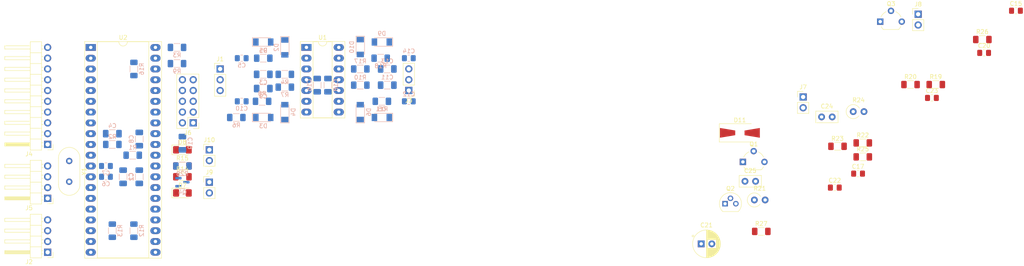
<source format=kicad_pcb>
(kicad_pcb (version 20211014) (generator pcbnew)
  (layers (0 "F.Cu" signal) (31 "B.Cu" signal) (34 "B.Paste" user) (35 "F.Paste" user) (36 "B.SilkS" user "B.Silkscreen") (37 "F.SilkS" user "F.Silkscreen") (38 "B.Mask" user) (39 "F.Mask" user) (44 "Edge.Cuts" user))
  (net 0 "")
  (net 1 "GND")
  (net 2 "+5V")
  (net 3 "Net-(C2-Pad1)")
  (net 4 "Net-(C3-Pad1)")
  (net 5 "Net-(C3-Pad2)")
  (net 6 "/~RST")
  (net 7 "Net-(C5-Pad2)")
  (net 8 "Net-(C6-Pad1)")
  (net 9 "Net-(C7-Pad1)")
  (net 10 "Net-(C8-Pad1)")
  (net 11 "Net-(C9-Pad1)")
  (net 12 "Net-(C9-Pad2)")
  (net 13 "Net-(C10-Pad2)")
  (net 14 "Net-(C11-Pad1)")
  (net 15 "Net-(C11-Pad2)")
  (net 16 "Net-(C12-Pad2)")
  (net 17 "Net-(C13-Pad1)")
  (net 18 "Net-(C13-Pad2)")
  (net 19 "Net-(C14-Pad2)")
  (net 20 "Net-(C15-Pad1)")
  (net 21 "Net-(C17-Pad2)")
  (net 22 "+15V")
  (net 23 "Net-(C21-Pad1)")
  (net 24 "Net-(C23-Pad1)")
  (net 25 "Net-(C23-Pad2)")
  (net 26 "Net-(C24-Pad1)")
  (net 27 "/Gen")
  (net 28 "Net-(D1-Pad2)")
  (net 29 "Net-(D2-Pad2)")
  (net 30 "Net-(D3-Pad2)")
  (net 31 "Net-(D4-Pad2)")
  (net 32 "Net-(D5-Pad2)")
  (net 33 "Net-(D6-Pad2)")
  (net 34 "Net-(D7-Pad2)")
  (net 35 "Net-(D8-Pad2)")
  (net 36 "Net-(D10-Pad1)")
  (net 37 "Net-(D10-Pad2)")
  (net 38 "Net-(D11-Pad2)")
  (net 39 "/SCL")
  (net 40 "/SDA")
  (net 41 "/SCK")
  (net 42 "/MOSI")
  (net 43 "/CS0")
  (net 44 "/S1")
  (net 45 "/S2")
  (net 47 "/Pinch")
  (net 49 "/Interrupt")
  (net 50 "/Enc B")
  (net 51 "/Enc A")
  (net 53 "/MISO")
  (net 54 "Net-(J9-Pad1)")
  (net 55 "/Mute")
  (net 56 "Net-(Q2-Pad1)")
  (net 57 "Net-(Q2-Pad2)")
  (net 58 "Net-(Q4-Pad1)")
  (net 59 "A0")
  (net 60 "A1")
  (net 61 "A2")
  (net 62 "Net-(R14-Pad1)")
  (net 63 "A3")
  (net 64 "-15V")
  (footprint "Package_TO_SOT_THT:TO-92_Wide" (layer "F.Cu") (at 236.79 28.22)
    (fp_text reference "Q3" (at 2.55 -4.19) (layer "F.SilkS"))
    (fp_text value "KT603A")
    (pad "1" thru_hole rect (at 0 0) (size 1.5 1.5) (drill 0.8) (layers *.Cu *.Mask) (net 56 "Net-(Q2-Pad1)"))
    (pad "2" thru_hole circle (at 2.54 -2.54) (size 1.5 1.5) (drill 0.8) (layers *.Cu *.Mask) (net 24 "Net-(C23-Pad1)"))
    (pad "3" thru_hole circle (at 5.08 0) (size 1.5 1.5) (drill 0.8) (layers *.Cu *.Mask) (net 1 "GND"))
  )
  (footprint "Resistor_THT:R_Axial_DIN0309_L9.0mm_D3.2mm_P2.54mm_Vertical" (layer "F.Cu") (at 230.43 49.42)
    (fp_text reference "R24" (at 1.27 -2.72) (layer "F.SilkS"))
    (fp_text value "43")
    (pad "1" thru_hole circle (at 0 0) (size 1.6 1.6) (drill 0.8) (layers *.Cu *.Mask) (net 24 "Net-(C23-Pad1)"))
    (pad "2" thru_hole oval (at 2.54 0) (size 1.6 1.6) (drill 0.8) (layers *.Cu *.Mask) (net 38 "Net-(D11-Pad2)"))
  )
  (footprint "Crystal:Crystal_HC49-U_Vertical" (layer "F.Cu") (at 45.72 61.05 -90)
    (fp_text reference "Y1" (at 2.44 -3.525 90) (layer "F.SilkS"))
    (fp_text value "8 MHz")
    (pad "1" thru_hole circle (at 0 0 270) (size 1.5 1.5) (drill 0.8) (layers *.Cu *.Mask) (net 9 "Net-(C7-Pad1)"))
    (pad "2" thru_hole circle (at 4.88 0 270) (size 1.5 1.5) (drill 0.8) (layers *.Cu *.Mask) (net 8 "Net-(C6-Pad1)"))
  )
  (footprint "Capacitor_SMD:C_0805_2012Metric_Pad1.18x1.45mm_HandSolder" (layer "F.Cu") (at 248.97 46.19)
    (fp_text reference "C23" (at 0 -1.68) (layer "F.SilkS"))
    (fp_text value "1,0")
    (pad "1" smd roundrect (at -1.0375 0) (size 1.175 1.45) (layers "F.Cu" "F.Paste" "F.Mask") (roundrect_rratio 0.212766) (net 24 "Net-(C23-Pad1)"))
    (pad "2" smd roundrect (at 1.0375 0) (size 1.175 1.45) (layers "F.Cu" "F.Paste" "F.Mask") (roundrect_rratio 0.212766) (net 25 "Net-(C23-Pad2)"))
  )
  (footprint "LED_SMD:LED_1206_3216Metric_Pad1.42x1.75mm_HandSolder" (layer "F.Cu") (at 72.39 58.42)
    (fp_text reference "D8" (at 0 -1.82) (layer "F.SilkS"))
    (fp_text value "Red")
    (pad "1" smd roundrect (at -1.4875 0) (size 1.425 1.75) (layers "F.Cu" "F.Paste" "F.Mask") (roundrect_rratio 0.175439) (net 1 "GND"))
    (pad "2" smd roundrect (at 1.4875 0) (size 1.425 1.75) (layers "F.Cu" "F.Paste" "F.Mask") (roundrect_rratio 0.175439) (net 35 "Net-(D8-Pad2)"))
  )
  (footprint "Connector_PinHeader_2.54mm:PinHeader_1x02_P2.54mm_Vertical" (layer "F.Cu") (at 78.74 58.42)
    (fp_text reference "J10" (at 0 -2.33) (layer "F.SilkS"))
    (fp_text value "Mute")
    (pad "1" thru_hole rect (at 0 0) (size 1.7 1.7) (drill 1) (layers *.Cu *.Mask) (net 55 "/Mute"))
    (pad "2" thru_hole oval (at 0 2.54) (size 1.7 1.7) (drill 1) (layers *.Cu *.Mask) (net 55 "/Mute"))
  )
  (footprint "Resistor_SMD:R_1206_3216Metric_Pad1.30x1.75mm_HandSolder" (layer "F.Cu") (at 72.39 62.23)
    (fp_text reference "R15" (at 0 -1.82) (layer "F.SilkS"))
    (fp_text value "4,7k")
    (pad "1" smd roundrect (at -1.55 0) (size 1.3 1.75) (layers "F.Cu" "F.Paste" "F.Mask") (roundrect_rratio 0.192308) (net 55 "/Mute"))
    (pad "2" smd roundrect (at 1.55 0) (size 1.3 1.75) (layers "F.Cu" "F.Paste" "F.Mask") (roundrect_rratio 0.192308) (net 35 "Net-(D8-Pad2)"))
  )
  (footprint "Connector_PinHeader_2.54mm:PinHeader_1x03_P2.54mm_Vertical" (layer "F.Cu") (at 81.28 39.37)
    (fp_text reference "J1" (at 0 -2.33) (layer "F.SilkS"))
    (fp_text value "Meter in 1-2")
    (pad "1" thru_hole rect (at 0 0) (size 1.7 1.7) (drill 1) (layers *.Cu *.Mask) (net 4 "Net-(C3-Pad1)"))
    (pad "2" thru_hole oval (at 0 2.54) (size 1.7 1.7) (drill 1) (layers *.Cu *.Mask) (net 1 "GND"))
    (pad "3" thru_hole oval (at 0 5.08) (size 1.7 1.7) (drill 1) (layers *.Cu *.Mask) (net 11 "Net-(C9-Pad1)"))
  )
  (footprint "Connector_PinHeader_2.54mm:PinHeader_1x02_P2.54mm_Vertical" (layer "F.Cu") (at 78.74 66.04)
    (fp_text reference "J9" (at 0 -2.33) (layer "F.SilkS"))
    (fp_text value "~Mute")
    (pad "1" thru_hole rect (at 0 0) (size 1.7 1.7) (drill 1) (layers *.Cu *.Mask) (net 54 "Net-(J9-Pad1)"))
    (pad "2" thru_hole oval (at 0 2.54) (size 1.7 1.7) (drill 1) (layers *.Cu *.Mask) (net 54 "Net-(J9-Pad1)"))
  )
  (footprint "Capacitor_SMD:C_0805_2012Metric_Pad1.18x1.45mm_HandSolder" (layer "F.Cu") (at 226.09 67.32)
    (fp_text reference "C22" (at 0 -1.68) (layer "F.SilkS"))
    (fp_text value "0,1")
    (pad "1" smd roundrect (at -1.0375 0) (size 1.175 1.45) (layers "F.Cu" "F.Paste" "F.Mask") (roundrect_rratio 0.212766) (net 23 "Net-(C21-Pad1)"))
    (pad "2" smd roundrect (at 1.0375 0) (size 1.175 1.45) (layers "F.Cu" "F.Paste" "F.Mask") (roundrect_rratio 0.212766) (net 1 "GND"))
  )
  (footprint "Capacitor_THT:C_Disc_D5.0mm_W2.5mm_P2.50mm" (layer "F.Cu") (at 204.93 65.83)
    (fp_text reference "C25" (at 1.25 -2.5) (layer "F.SilkS"))
    (fp_text value "470")
    (pad "1" thru_hole circle (at 0 0) (size 1.6 1.6) (drill 0.8) (layers *.Cu *.Mask) (net 1 "GND"))
    (pad "2" thru_hole circle (at 2.5 0) (size 1.6 1.6) (drill 0.8) (layers *.Cu *.Mask) (net 27 "/Gen"))
  )
  (footprint "Resistor_SMD:R_1206_3216Metric_Pad1.30x1.75mm_HandSolder" (layer "F.Cu") (at 226.73 57.59)
    (fp_text reference "R23" (at 0 -1.82) (layer "F.SilkS"))
    (fp_text value "4,3k")
    (pad "1" smd roundrect (at -1.55 0) (size 1.3 1.75) (layers "F.Cu" "F.Paste" "F.Mask") (roundrect_rratio 0.192308) (net 25 "Net-(C23-Pad2)"))
    (pad "2" smd roundrect (at 1.55 0) (size 1.3 1.75) (layers "F.Cu" "F.Paste" "F.Mask") (roundrect_rratio 0.192308) (net 23 "Net-(C21-Pad1)"))
  )
  (footprint "Connector_PinHeader_2.54mm:PinHeader_1x02_P2.54mm_Vertical" (layer "F.Cu") (at 245.73 26.47)
    (fp_text reference "J8" (at 0 -2.33) (layer "F.SilkS"))
    (fp_text value "Gen")
    (pad "1" thru_hole rect (at 0 0) (size 1.7 1.7) (drill 1) (layers *.Cu *.Mask) (net 27 "/Gen"))
    (pad "2" thru_hole oval (at 0 2.54) (size 1.7 1.7) (drill 1) (layers *.Cu *.Mask) (net 27 "/Gen"))
  )
  (footprint "Resistor_SMD:R_1206_3216Metric_Pad1.30x1.75mm_HandSolder" (layer "F.Cu") (at 208.77 77.64)
    (fp_text reference "R27" (at 0 -1.82) (layer "F.SilkS"))
    (fp_text value "470")
    (pad "1" smd roundrect (at -1.55 0) (size 1.3 1.75) (layers "F.Cu" "F.Paste" "F.Mask") (roundrect_rratio 0.192308) (net 1 "GND"))
    (pad "2" smd roundrect (at 1.55 0) (size 1.3 1.75) (layers "F.Cu" "F.Paste" "F.Mask") (roundrect_rratio 0.192308) (net 56 "Net-(Q2-Pad1)"))
  )
  (footprint "Resistor_SMD:R_1206_3216Metric_Pad1.30x1.75mm_HandSolder" (layer "F.Cu") (at 243.93 43.04)
    (fp_text reference "R20" (at 0 -1.82) (layer "F.SilkS"))
    (fp_text value "100")
    (pad "1" smd roundrect (at -1.55 0) (size 1.3 1.75) (layers "F.Cu" "F.Paste" "F.Mask") (roundrect_rratio 0.192308) (net 64 "-15V"))
    (pad "2" smd roundrect (at 1.55 0) (size 1.3 1.75) (layers "F.Cu" "F.Paste" "F.Mask") (roundrect_rratio 0.192308) (net 21 "Net-(C17-Pad2)"))
  )
  (footprint "Capacitor_SMD:C_0805_2012Metric_Pad1.18x1.45mm_HandSolder" (layer "F.Cu") (at 231.57 64.03)
    (fp_text reference "C17" (at 0 -1.68) (layer "F.SilkS"))
    (fp_text value "10,0")
    (pad "1" smd roundrect (at -1.0375 0) (size 1.175 1.45) (layers "F.Cu" "F.Paste" "F.Mask") (roundrect_rratio 0.212766) (net 1 "GND"))
    (pad "2" smd roundrect (at 1.0375 0) (size 1.175 1.45) (layers "F.Cu" "F.Paste" "F.Mask") (roundrect_rratio 0.212766) (net 21 "Net-(C17-Pad2)"))
  )
  (footprint "Resistor_SMD:R_1206_3216Metric_Pad1.30x1.75mm_HandSolder" (layer "F.Cu") (at 249.88 43.04)
    (fp_text reference "R19" (at 0 -1.82) (layer "F.SilkS"))
    (fp_text value "100")
    (pad "1" smd roundrect (at -1.55 0) (size 1.3 1.75) (layers "F.Cu" "F.Paste" "F.Mask") (roundrect_rratio 0.192308) (net 22 "+15V"))
    (pad "2" smd roundrect (at 1.55 0) (size 1.3 1.75) (layers "F.Cu" "F.Paste" "F.Mask") (roundrect_rratio 0.192308) (net 20 "Net-(C15-Pad1)"))
  )
  (footprint "Diode_SMD:D_SMA-SMB_Universal_Handsoldering" (layer "F.Cu") (at 203.73 54.42)
    (fp_text reference "D11" (at 0 -3) (layer "F.SilkS"))
    (fp_text value "SS34")
    (pad "1" smd trapezoid (at -2.9 0) (size 3.6 1.7) (rect_delta 0.6 0) (layers "F.Cu" "F.Paste" "F.Mask") (net 24 "Net-(C23-Pad1)"))
    (pad "2" smd trapezoid (at 2.9 0 180) (size 3.6 1.7) (rect_delta 0.6 0) (layers "F.Cu" "F.Paste" "F.Mask") (net 38 "Net-(D11-Pad2)"))
  )
  (footprint "Capacitor_THT:C_Disc_D5.0mm_W2.5mm_P2.50mm" (layer "F.Cu") (at 222.98 50.67)
    (fp_text reference "C24" (at 1.25 -2.5) (layer "F.SilkS"))
    (fp_text value "100")
    (pad "1" thru_hole circle (at 0 0) (size 1.6 1.6) (drill 0.8) (layers *.Cu *.Mask) (net 26 "Net-(C24-Pad1)"))
    (pad "2" thru_hole circle (at 2.5 0) (size 1.6 1.6) (drill 0.8) (layers *.Cu *.Mask) (net 27 "/Gen"))
  )
  (footprint "Capacitor_THT:CP_Radial_D6.3mm_P2.50mm" (layer "F.Cu") (at 194.615241 80.57)
    (fp_text reference "C21" (at 1.25 -4.4) (layer "F.SilkS"))
    (fp_text value "47,0")
    (pad "1" thru_hole rect (at 0 0) (size 1.6 1.6) (drill 0.8) (layers *.Cu *.Mask) (net 23 "Net-(C21-Pad1)"))
    (pad "2" thru_hole circle (at 2.5 0) (size 1.6 1.6) (drill 0.8) (layers *.Cu *.Mask) (net 1 "GND"))
  )
  (footprint "Package_TO_SOT_THT:TO-92" (layer "F.Cu") (at 200.24 71.11)
    (fp_text reference "Q2" (at 1.27 -3.56) (layer "F.SilkS"))
    (fp_text value "KT3107")
    (pad "1" thru_hole rect (at 0 0) (size 1.3 1.3) (drill 0.75) (layers *.Cu *.Mask) (net 56 "Net-(Q2-Pad1)"))
    (pad "2" thru_hole circle (at 1.27 -1.27) (size 1.3 1.3) (drill 0.75) (layers *.Cu *.Mask) (net 57 "Net-(Q2-Pad2)"))
    (pad "3" thru_hole circle (at 2.54 0) (size 1.3 1.3) (drill 0.75) (layers *.Cu *.Mask) (net 38 "Net-(D11-Pad2)"))
  )
  (footprint "Resistor_SMD:R_1206_3216Metric_Pad1.30x1.75mm_HandSolder" (layer "F.Cu") (at 72.39 64.77)
    (fp_text reference "R14" (at 0 -1.82) (layer "F.SilkS"))
    (fp_text value "4,7k")
    (pad "1" smd roundrect (at -1.55 0) (size 1.3 1.75) (layers "F.Cu" "F.Paste" "F.Mask") (roundrect_rratio 0.192308) (net 62 "Net-(R14-Pad1)"))
    (pad "2" smd roundrect (at 1.55 0) (size 1.3 1.75) (layers "F.Cu" "F.Paste" "F.Mask") (roundrect_rratio 0.192308) (net 34 "Net-(D7-Pad2)"))
  )
  (footprint "Resistor_SMD:R_1206_3216Metric_Pad1.30x1.75mm_HandSolder" (layer "F.Cu") (at 260.85 32.43)
    (fp_text reference "R26" (at 0 -1.82) (layer "F.SilkS"))
    (fp_text value "30k")
    (pad "1" smd roundrect (at -1.55 0) (size 1.3 1.75) (layers "F.Cu" "F.Paste" "F.Mask") (roundrect_rratio 0.192308) (net 1 "GND"))
    (pad "2" smd roundrect (at 1.55 0) (size 1.3 1.75) (layers "F.Cu" "F.Paste" "F.Mask") (roundrect_rratio 0.192308) (net 57 "Net-(Q2-Pad2)"))
  )
  (footprint "Connector_PinHeader_2.54mm:PinHeader_1x04_P2.54mm_Horizontal" (layer "F.Cu") (at 40.64 82.55 180)
    (fp_text reference "J2" (at 4.385 -2.27 180) (layer "F.SilkS"))
    (fp_text value "OLED")
    (pad "1" thru_hole rect (at 0 0 180) (size 1.7 1.7) (drill 1) (layers *.Cu *.Mask) (net 1 "GND"))
    (pad "2" thru_hole oval (at 0 2.54 180) (size 1.7 1.7) (drill 1) (layers *.Cu *.Mask) (net 2 "+5V"))
    (pad "3" thru_hole oval (at 0 5.08 180) (size 1.7 1.7) (drill 1) (layers *.Cu *.Mask) (net 39 "/SCL"))
    (pad "4" thru_hole oval (at 0 7.62 180) (size 1.7 1.7) (drill 1) (layers *.Cu *.Mask) (net 40 "/SDA"))
  )
  (footprint "Connector_PinHeader_2.54mm:PinHeader_1x02_P2.54mm_Vertical" (layer "F.Cu") (at 218.63 45.97)
    (fp_text reference "J7" (at 0 -2.33) (layer "F.SilkS"))
    (fp_text value "Erase Head")
    (pad "1" thru_hole rect (at 0 0) (size 1.7 1.7) (drill 1) (layers *.Cu *.Mask) (net 38 "Net-(D11-Pad2)"))
    (pad "2" thru_hole oval (at 0 2.54) (size 1.7 1.7) (drill 1) (layers *.Cu *.Mask) (net 27 "/Gen"))
  )
  (footprint "Connector_PinHeader_2.54mm:PinHeader_2x05_P2.54mm_Vertical" (layer "F.Cu") (at 74.935 52.065 180)
    (fp_text reference "J6" (at 1.27 -2.33) (layer "F.SilkS"))
    (fp_text value "AVR-ISP-10")
    (pad "1" thru_hole rect (at 0 0 180) (size 1.7 1.7) (drill 1) (layers *.Cu *.Mask) (net 42 "/MOSI"))
    (pad "2" thru_hole oval (at 2.54 0 180) (size 1.7 1.7) (drill 1) (layers *.Cu *.Mask) (net 2 "+5V"))
    (pad "3" thru_hole oval (at 0 2.54 180) (size 1.7 1.7) (drill 1) (layers *.Cu *.Mask))
    (pad "4" thru_hole oval (at 2.54 2.54 180) (size 1.7 1.7) (drill 1) (layers *.Cu *.Mask) (net 1 "GND"))
    (pad "5" thru_hole oval (at 0 5.08 180) (size 1.7 1.7) (drill 1) (layers *.Cu *.Mask) (net 6 "/~RST"))
    (pad "6" thru_hole oval (at 2.54 5.08 180) (size 1.7 1.7) (drill 1) (layers *.Cu *.Mask) (net 1 "GND"))
    (pad "7" thru_hole oval (at 0 7.62 180) (size 1.7 1.7) (drill 1) (layers *.Cu *.Mask) (net 41 "/SCK"))
    (pad "8" thru_hole oval (at 2.54 7.62 180) (size 1.7 1.7) (drill 1) (layers *.Cu *.Mask) (net 1 "GND"))
    (pad "9" thru_hole oval (at 0 10.16 180) (size 1.7 1.7) (drill 1) (layers *.Cu *.Mask) (net 53 "/MISO"))
    (pad "10" thru_hole oval (at 2.54 10.16 180) (size 1.7 1.7) (drill 1) (layers *.Cu *.Mask) (net 1 "GND"))
  )
  (footprint "Connector_PinHeader_2.54mm:PinHeader_1x03_P2.54mm_Vertical" (layer "F.Cu") (at 125.73 44.435 180)
    (fp_text reference "J3" (at 0 -2.33) (layer "F.SilkS"))
    (fp_text value "Meter in 3-4")
    (pad "1" thru_hole rect (at 0 0 180) (size 1.7 1.7) (drill 1) (layers *.Cu *.Mask) (net 14 "Net-(C11-Pad1)"))
    (pad "2" thru_hole oval (at 0 2.54 180) (size 1.7 1.7) (drill 1) (layers *.Cu *.Mask) (net 1 "GND"))
    (pad "3" thru_hole oval (at 0 5.08 180) (size 1.7 1.7) (drill 1) (layers *.Cu *.Mask) (net 17 "Net-(C13-Pad1)"))
  )
  (footprint "Resistor_THT:R_Axial_DIN0309_L9.0mm_D3.2mm_P2.54mm_Vertical" (layer "F.Cu") (at 207.14 70.23)
    (fp_text reference "R21" (at 1.27 -2.72) (layer "F.SilkS"))
    (fp_text value "10")
    (pad "1" thru_hole circle (at 0 0) (size 1.6 1.6) (drill 0.8) (layers *.Cu *.Mask) (net 23 "Net-(C21-Pad1)"))
    (pad "2" thru_hole oval (at 2.54 0) (size 1.6 1.6) (drill 0.8) (layers *.Cu *.Mask) (net 22 "+15V"))
  )
  (footprint "Capacitor_SMD:C_0805_2012Metric_Pad1.18x1.45mm_HandSolder" (layer "F.Cu") (at 261.27 35.58)
    (fp_text reference "C20" (at 0 -1.68) (layer "F.SilkS"))
    (fp_text value "0,1")
    (pad "1" smd roundrect (at -1.0375 0) (size 1.175 1.45) (layers "F.Cu" "F.Paste" "F.Mask") (roundrect_rratio 0.212766) (net 1 "GND"))
    (pad "2" smd roundrect (at 1.0375 0) (size 1.175 1.45) (layers "F.Cu" "F.Paste" "F.Mask") (roundrect_rratio 0.212766) (net 22 "+15V"))
  )
  (footprint "Connector_PinHeader_2.54mm:PinHeader_1x04_P2.54mm_Horizontal" (layer "F.Cu") (at 40.64 69.85 180)
    (fp_text reference "J5" (at 4.385 -2.27) (layer "F.SilkS"))
    (fp_text value "Encoder/Interrupt")
    (pad "1" thru_hole rect (at 0 0 180) (size 1.7 1.7) (drill 1) (layers *.Cu *.Mask) (net 49 "/Interrupt"))
    (pad "2" thru_hole oval (at 0 2.54 180) (size 1.7 1.7) (drill 1) (layers *.Cu *.Mask) (net 50 "/Enc B"))
    (pad "3" thru_hole oval (at 0 5.08 180) (size 1.7 1.7) (drill 1) (layers *.Cu *.Mask) (net 51 "/Enc A"))
    (pad "4" thru_hole oval (at 0 7.62 180) (size 1.7 1.7) (drill 1) (layers *.Cu *.Mask) (net 1 "GND"))
  )
  (footprint "Package_DIP:DIP-14_W7.62mm_Socket_LongPads" (layer "F.Cu") (at 101.61 34.285)
    (fp_text reference "U1" (at 3.81 -2.33) (layer "F.SilkS"))
    (fp_text value "TL064")
    (pad "1" thru_hole rect (at 0 0) (size 2.4 1.6) (drill 0.8) (layers *.Cu *.Mask) (net 28 "Net-(D1-Pad2)"))
    (pad "2" thru_hole oval (at 0 2.54) (size 2.4 1.6) (drill 0.8) (layers *.Cu *.Mask) (net 29 "Net-(D2-Pad2)"))
    (pad "3" thru_hole oval (at 0 5.08) (size 2.4 1.6) (drill 0.8) (layers *.Cu *.Mask) (net 1 "GND"))
    (pad "4" thru_hole oval (at 0 7.62) (size 2.4 1.6) (drill 0.8) (layers *.Cu *.Mask) (net 20 "Net-(C15-Pad1)"))
    (pad "5" thru_hole oval (at 0 10.16) (size 2.4 1.6) (drill 0.8) (layers *.Cu *.Mask) (net 1 "GND"))
    (pad "6" thru_hole oval (at 0 12.7) (size 2.4 1.6) (drill 0.8) (layers *.Cu *.Mask) (net 31 "Net-(D4-Pad2)"))
    (pad "7" thru_hole oval (at 0 15.24) (size 2.4 1.6) (drill 0.8) (layers *.Cu *.Mask) (net 30 "Net-(D3-Pad2)"))
    (pad "8" thru_hole oval (at 7.62 15.24) (size 2.4 1.6) (drill 0.8) (layers *.Cu *.Mask) (net 32 "Net-(D5-Pad2)"))
    (pad "9" thru_hole oval (at 7.62 12.7) (size 2.4 1.6) (drill 0.8) (layers *.Cu *.Mask) (net 33 "Net-(D6-Pad2)"))
    (pad "10" thru_hole oval (at 7.62 10.16) (size 2.4 1.6) (drill 0.8) (layers *.Cu *.Mask) (net 1 "GND"))
    (pad "11" thru_hole oval (at 7.62 7.62) (size 2.4 1.6) (drill 0.8) (layers *.Cu *.Mask) (net 21 "Net-(C17-Pad2)"))
    (pad "12" thru_hole oval (at 7.62 5.08) (size 2.4 1.6) (drill 0.8) (layers *.Cu *.Mask) (net 1 "GND"))
    (pad "13" thru_hole oval (at 7.62 2.54) (size 2.4 1.6) (drill 0.8) (layers *.Cu *.Mask) (net 37 "Net-(D10-Pad2)"))
    (pad "14" thru_hole oval (at 7.62 0) (size 2.4 1.6) (drill 0.8) (layers *.Cu *.Mask) (net 36 "Net-(D10-Pad1)"))
  )
  (footprint "Resistor_SMD:R_1206_3216Metric_Pad1.30x1.75mm_HandSolder" (layer "F.Cu") (at 232.68 56.79)
    (fp_text reference "R22" (at 0 -1.82) (layer "F.SilkS"))
    (fp_text value "30k")
    (pad "1" smd roundrect (at -1.55 0) (size 1.3 1.75) (layers "F.Cu" "F.Paste" "F.Mask") (roundrect_rratio 0.192308) (net 57 "Net-(Q2-Pad2)"))
    (pad "2" smd roundrect (at 1.55 0) (size 1.3 1.75) (layers "F.Cu" "F.Paste" "F.Mask") (roundrect_rratio 0.192308) (net 23 "Net-(C21-Pad1)"))
  )
  (footprint "Package_DIP:DIP-40_W15.24mm_Socket_LongPads" (layer "F.Cu") (at 50.795 34.295)
    (fp_text reference "U2" (at 7.62 -2.33) (layer "F.SilkS"))
    (fp_text value "ATmega32-16P")
    (pad "1" thru_hole rect (at 0 0) (size 2.4 1.6) (drill 0.8) (layers *.Cu *.Mask))
    (pad "2" thru_hole oval (at 0 2.54) (size 2.4 1.6) (drill 0.8) (layers *.Cu *.Mask))
    (pad "3" thru_hole oval (at 0 5.08) (size 2.4 1.6) (drill 0.8) (layers *.Cu *.Mask))
    (pad "4" thru_hole oval (at 0 7.62) (size 2.4 1.6) (drill 0.8) (layers *.Cu *.Mask))
    (pad "5" thru_hole oval (at 0 10.16) (size 2.4 1.6) (drill 0.8) (layers *.Cu *.Mask))
    (pad "6" thru_hole oval (at 0 12.7) (size 2.4 1.6) (drill 0.8) (layers *.Cu *.Mask) (net 42 "/MOSI"))
    (pad "7" thru_hole oval (at 0 15.24) (size 2.4 1.6) (drill 0.8) (layers *.Cu *.Mask) (net 53 "/MISO"))
    (pad "8" thru_hole oval (at 0 17.78) (size 2.4 1.6) (drill 0.8) (layers *.Cu *.Mask) (net 41 "/SCK"))
    (pad "9" thru_hole oval (at 0 20.32) (size 2.4 1.6) (drill 0.8) (layers *.Cu *.Mask) (net 6 "/~RST"))
    (pad "10" thru_hole oval (at 0 22.86) (size 2.4 1.6) (drill 0.8) (layers *.Cu *.Mask) (net 2 "+5V"))
    (pad "11" thru_hole oval (at 0 25.4) (size 2.4 1.6) (drill 0.8) (layers *.Cu *.Mask) (net 1 "GND"))
    (pad "12" thru_hole oval (at 0 27.94) (size 2.4 1.6) (drill 0.8) (layers *.Cu *.Mask) (net 9 "Net-(C7-Pad1)"))
    (pad "13" thru_hole oval (at 0 30.48) (size 2.4 1.6) (drill 0.8) (layers *.Cu *.Mask) (net 8 "Net-(C6-Pad1)"))
    (pad "14" thru_hole oval (at 0 33.02) (size 2.4 1.6) (drill 0.8) (layers *.Cu *.Mask))
    (pad "15" thru_hole oval (at 0 35.56) (size 2.4 1.6) (drill 0.8) (layers *.Cu *.Mask))
    (pad "16" thru_hole oval (at 0 38.1) (size 2.4 1.6) (drill 0.8) (layers *.Cu *.Mask))
    (pad "17" thru_hole oval (at 0 40.64) (size 2.4 1.6) (drill 0.8) (layers *.Cu *.Mask) (net 49 "/Interrupt"))
    (pad "18" thru_hole oval (at 0 43.18) (size 2.4 1.6) (drill 0.8) (layers *.Cu *.Mask) (net 47 "/Pinch"))
    (pad "19" thru_hole oval (at 0 45.72) (size 2.4 1.6) (drill 0.8) (layers *.Cu *.Mask))
    (pad "20" thru_hole oval (at 0 48.26) (size 2.4 1.6) (drill 0.8) (layers *.Cu *.Mask) (net 50 "/Enc B"))
    (pad "21" thru_hole oval (at 15.24 48.26) (size 2.4 1.6) (drill 0.8) (layers *.Cu *.Mask) (net 51 "/Enc A"))
    (pad "22" thru_hole oval (at 15.24 45.72) (size 2.4 1.6) (drill 0.8) (layers *.Cu *.Mask) (net 39 "/SCL"))
    (pad "23" thru_hole oval (at 15.24 43.18) (size 2.4 1.6) (drill 0.8) (layers *.Cu *.Mask) (net 40 "/SDA"))
    (pad "24" thru_hole oval (at 15.24 40.64) (size 2.4 1.6) (drill 0.8) (layers *.Cu *.Mask) (net 43 "/CS0"))
    (pad "25" thru_hole oval (at 15.24 38.1) (size 2.4 1.6) (drill 0.8) (layers *.Cu *.Mask))
    (pad "26" thru_hole oval (at 15.24 35.56) (size 2.4 1.6) (drill 0.8) (layers *.Cu *.Mask))
    (pad "27" thru_hole oval (at 15.24 33.02) (size 2.4 1.6) (drill 0.8) (layers *.Cu *.Mask))
    (pad "28" thru_hole oval (at 15.24 30.48) (size 2.4 1.6) (drill 0.8) (layers *.Cu *.Mask) (net 62 "Net-(R14-Pad1)"))
    (pad "29" thru_hole oval (at 15.24 27.94) (size 2.4 1.6) (drill 0.8) (layers *.Cu *.Mask) (net 55 "/Mute"))
    (pad "30" thru_hole oval (at 15.24 25.4) (size 2.4 1.6) (drill 0.8) (layers *.Cu *.Mask) (net 3 "Net-(C2-Pad1)"))
    (pad "31" thru_hole oval (at 15.24 22.86) (size 2.4 1.6) (drill 0.8) (layers *.Cu *.Mask) (net 1 "GND"))
    (pad "32" thru_hole oval (at 15.24 20.32) (size 2.4 1.6) (drill 0.8) (layers *.Cu *.Mask) (net 10 "Net-(C8-Pad1)"))
    (pad "33" thru_hole oval (at 15.24 17.78) (size 2.4 1.6) (drill 0.8) (layers *.Cu *.Mask) (net 45 "/S2"))
    (pad "34" thru_hole oval (at 15.24 15.24) (size 2.4 1.6) (drill 0.8) (layers *.Cu *.Mask) (net 44 "/S1"))
    (pad "35" thru_hole oval (at 15.24 12.7) (size 2.4 1.6) (drill 0.8) (layers *.Cu *.Mask))
    (pad "36" thru_hole oval (at 15.24 10.16) (size 2.4 1.6) (drill 0.8) (layers *.Cu *.Mask))
    (pad "37" thru_hole oval (at 15.24 7.62) (size 2.4 1.6) (drill 0.8) (layers *.Cu *.Mask) (net 63 "A3"))
    (pad "38" thru_hole oval (at 15.24 5.08) (size 2.4 1.6) (drill 0.8) (layers *.Cu *.Mask) (net 61 "A2"))
    (pad "39" thru_hole oval (at 15.24 2.54) (size 2.4 1.6) (drill 0.8) (layers *.Cu *.Mask) (net 60 "A1"))
    (pad "40" thru_hole oval (at 15.24 0) (size 2.4 1.6) (drill 0.8) (layers *.Cu *.Mask) (net 59 "A0"))
  )
  (footprint "Resistor_SMD:R_1206_3216Metric_Pad1.30x1.75mm_HandSolder" (layer "F.Cu") (at 232.68 60.08)
    (fp_text reference "R25" (at 0 -1.82) (layer "F.SilkS"))
    (fp_text value "470")
    (pad "1" smd roundrect (at -1.55 0) (size 1.3 1.75) (layers "F.Cu" "F.Paste" "F.Mask") (roundrect_rratio 0.192308) (net 26 "Net-(C24-Pad1)"))
    (pad "2" smd roundrect (at 1.55 0) (size 1.3 1.75) (layers "F.Cu" "F.Paste" "F.Mask") (roundrect_rratio 0.192308) (net 57 "Net-(Q2-Pad2)"))
  )
  (footprint "LED_SMD:LED_1206_3216Metric_Pad1.42x1.75mm_HandSolder" (layer "F.Cu") (at 72.39 68.58)
    (fp_text reference "D7" (at 0 -1.82) (layer "F.SilkS"))
    (fp_text value "Green")
    (pad "1" smd roundrect (at -1.4875 0) (size 1.425 1.75) (layers "F.Cu" "F.Paste" "F.Mask") (roundrect_rratio 0.175439) (net 1 "GND"))
    (pad "2" smd roundrect (at 1.4875 0) (size 1.425 1.75) (layers "F.Cu" "F.Paste" "F.Mask") (roundrect_rratio 0.175439) (net 34 "Net-(D7-Pad2)"))
  )
  (footprint "Capacitor_SMD:C_0805_2012Metric_Pad1.18x1.45mm_HandSolder" (layer "F.Cu") (at 268.77 25.65)
    (fp_text reference "C15" (at 0 -1.68) (layer "F.SilkS"))
    (fp_text value "10,0")
    (pad "1" smd roundrect (at -1.0375 0) (size 1.175 1.45) (layers "F.Cu" "F.Paste" "F.Mask") (roundrect_rratio 0.212766) (net 20 "Net-(C15-Pad1)"))
    (pad "2" smd roundrect (at 1.0375 0) (size 1.175 1.45) (layers "F.Cu" "F.Paste" "F.Mask") (roundrect_rratio 0.212766) (net 1 "GND"))
  )
  (footprint "Package_TO_SOT_THT:TO-92_Wide" (layer "F.Cu") (at 204.44 61.27)
    (fp_text reference "Q1" (at 2.55 -4.19) (layer "F.SilkS"))
    (fp_text value "KT603A")
    (pad "1" thru_hole rect (at 0 0) (size 1.5 1.5) (drill 0.8) (layers *.Cu *.Mask) (net 25 "Net-(C23-Pad2)"))
    (pad "2" thru_hole circle (at 2.54 -2.54) (size 1.5 1.5) (drill 0.8) (layers *.Cu *.Mask) (net 23 "Net-(C21-Pad1)"))
    (pad "3" thru_hole circle (at 5.08 0) (size 1.5 1.5) (drill 0.8) (layers *.Cu *.Mask) (net 38 "Net-(D11-Pad2)"))
  )
  (footprint "Connector_PinHeader_2.54mm:PinHeader_1x10_P2.54mm_Horizontal" (layer "F.Cu") (at 40.64 57.145 180)
    (fp_text reference "J4" (at 4.385 -2.27) (layer "F.SilkS"))
    (fp_text value "CPU")
    (pad "1" thru_hole rect (at 0 0 180) (size 1.7 1.7) (drill 1) (layers *.Cu *.Mask) (net 1 "GND"))
    (pad "2" thru_hole oval (at 0 2.54 180) (size 1.7 1.7) (drill 1) (layers *.Cu *.Mask) (net 41 "/SCK"))
    (pad "3" thru_hole oval (at 0 5.08 180) (size 1.7 1.7) (drill 1) (layers *.Cu *.Mask) (net 42 "/MOSI"))
    (pad "4" thru_hole oval (at 0 7.62 180) (size 1.7 1.7) (drill 1) (layers *.Cu *.Mask) (net 43 "/CS0"))
    (pad "5" thru_hole oval (at 0 10.16 180) (size 1.7 1.7) (drill 1) (layers *.Cu *.Mask) (net 44 "/S1"))
    (pad "6" thru_hole oval (at 0 12.7 180) (size 1.7 1.7) (drill 1) (layers *.Cu *.Mask) (net 45 "/S2"))
    (pad "7" thru_hole oval (at 0 15.24 180) (size 1.7 1.7) (drill 1) (layers *.Cu *.Mask))
    (pad "8" thru_hole oval (at 0 17.78 180) (size 1.7 1.7) (drill 1) (layers *.Cu *.Mask) (net 47 "/Pinch"))
    (pad "9" thru_hole oval (at 0 20.32 180) (size 1.7 1.7) (drill 1) (layers *.Cu *.Mask) (net 2 "+5V"))
    (pad "10" thru_hole oval (at 0 22.86 180) (size 1.7 1.7) (drill 1) (layers *.Cu *.Mask))
  )
  (footprint "Capacitor_SMD:C_0805_2012Metric_Pad1.18x1.45mm_HandSolder" (layer "B.Cu") (at 54.3775 62.23)
    (fp_text reference "C7" (at 0 1.68) (layer "B.SilkS") (effects (justify mirror)))
    (fp_text value "24")
    (pad "1" smd roundrect (at -1.0375 0) (size 1.175 1.45) (layers "B.Cu" "B.Paste" "B.Mask") (roundrect_rratio 0.212766) (net 9 "Net-(C7-Pad1)"))
    (pad "2" smd roundrect (at 1.0375 0) (size 1.175 1.45) (layers "B.Cu" "B.Paste" "B.Mask") (roundrect_rratio 0.212766) (net 1 "GND"))
  )
  (footprint "Diode_SMD:D_MiniMELF" (layer "B.Cu") (at 91.44 33.02)
    (fp_text reference "D1" (at 0 2) (layer "B.SilkS") (effects (justify mirror)))
    (fp_text value "LL4148")
    (pad "1" smd rect (at -1.75 0) (size 1.3 1.7) (layers "B.Cu" "B.Paste" "B.Mask") (net 7 "Net-(C5-Pad2)"))
    (pad "2" smd rect (at 1.75 0) (size 1.3 1.7) (layers "B.Cu" "B.Paste" "B.Mask") (net 28 "Net-(D1-Pad2)"))
  )
  (footprint "Resistor_SMD:R_1206_3216Metric_Pad1.30x1.75mm_HandSolder" (layer "B.Cu") (at 85.09 50.8)
    (fp_text reference "R6" (at 0 1.82) (layer "B.SilkS") (effects (justify mirror)))
    (fp_text value "1k")
    (pad "1" smd roundrect (at -1.55 0) (size 1.3 1.75) (layers "B.Cu" "B.Paste" "B.Mask") (roundrect_rratio 0.192308) (net 60 "A1"))
    (pad "2" smd roundrect (at 1.55 0) (size 1.3 1.75) (layers "B.Cu" "B.Paste" "B.Mask") (roundrect_rratio 0.192308) (net 13 "Net-(C10-Pad2)"))
  )
  (footprint "Capacitor_SMD:C_1206_3216Metric_Pad1.33x1.80mm_HandSolder" (layer "B.Cu") (at 120.65 39.37 180)
    (fp_text reference "C13" (at 0 1.85) (layer "B.SilkS") (effects (justify mirror)))
    (fp_text value "0,1")
    (pad "1" smd roundrect (at -1.5625 0 180) (size 1.325 1.8) (layers "B.Cu" "B.Paste" "B.Mask") (roundrect_rratio 0.188679) (net 17 "Net-(C13-Pad1)"))
    (pad "2" smd roundrect (at 1.5625 0 180) (size 1.325 1.8) (layers "B.Cu" "B.Paste" "B.Mask") (roundrect_rratio 0.188679) (net 18 "Net-(C13-Pad2)"))
  )
  (footprint "Capacitor_SMD:C_1206_3216Metric_Pad1.33x1.80mm_HandSolder" (layer "B.Cu") (at 91.44 43.98)
    (fp_text reference "C9" (at 0 1.85) (layer "B.SilkS") (effects (justify mirror)))
    (fp_text value "0,1")
    (pad "1" smd roundrect (at -1.5625 0) (size 1.325 1.8) (layers "B.Cu" "B.Paste" "B.Mask") (roundrect_rratio 0.188679) (net 11 "Net-(C9-Pad1)"))
    (pad "2" smd roundrect (at 1.5625 0) (size 1.325 1.8) (layers "B.Cu" "B.Paste" "B.Mask") (roundrect_rratio 0.188679) (net 12 "Net-(C9-Pad2)"))
  )
  (footprint "Resistor_SMD:R_1206_3216Metric_Pad1.30x1.75mm_HandSolder" (layer "B.Cu") (at 71.12 34.29)
    (fp_text reference "R3" (at 0 1.82) (layer "B.SilkS") (effects (justify mirror)))
    (fp_text value "1k")
    (pad "1" smd roundrect (at -1.55 0) (size 1.3 1.75) (layers "B.Cu" "B.Paste" "B.Mask") (roundrect_rratio 0.192308) (net 59 "A0"))
    (pad "2" smd roundrect (at 1.55 0) (size 1.3 1.75) (layers "B.Cu" "B.Paste" "B.Mask") (roundrect_rratio 0.192308) (net 7 "Net-(C5-Pad2)"))
  )
  (footprint "Resistor_SMD:R_1206_3216Metric_Pad1.30x1.75mm_HandSolder" (layer "B.Cu") (at 60.68 59.69 180)
    (fp_text reference "R1" (at 0 1.82) (layer "B.SilkS") (effects (justify mirror)))
    (fp_text value "100")
    (pad "1" smd roundrect (at -1.55 0 180) (size 1.3 1.75) (layers "B.Cu" "B.Paste" "B.Mask") (roundrect_rratio 0.192308) (net 3 "Net-(C2-Pad1)"))
    (pad "2" smd roundrect (at 1.55 0 180) (size 1.3 1.75) (layers "B.Cu" "B.Paste" "B.Mask") (roundrect_rratio 0.192308) (net 2 "+5V"))
  )
  (footprint "Diode_SMD:D_MiniMELF" (layer "B.Cu") (at 119.38 50.8 180)
    (fp_text reference "D5" (at 0 2) (layer "B.SilkS") (effects (justify mirror)))
    (fp_text value "LL4148")
    (pad "1" smd rect (at -1.75 0 180) (size 1.3 1.7) (layers "B.Cu" "B.Paste" "B.Mask") (net 16 "Net-(C12-Pad2)"))
    (pad "2" smd rect (at 1.75 0 180) (size 1.3 1.7) (layers "B.Cu" "B.Paste" "B.Mask") (net 32 "Net-(D5-Pad2)"))
  )
  (footprint "Capacitor_SMD:C_1206_3216Metric_Pad1.33x1.80mm_HandSolder" (layer "B.Cu") (at 58.42 64.77 90)
    (fp_text reference "C1" (at 0 1.85 90) (layer "B.SilkS") (effects (justify mirror)))
    (fp_text value "0,1")
    (pad "1" smd roundrect (at -1.5625 0 90) (size 1.325 1.8) (layers "B.Cu" "B.Paste" "B.Mask") (roundrect_rratio 0.188679) (net 1 "GND"))
    (pad "2" smd roundrect (at 1.5625 0 90) (size 1.325 1.8) (layers "B.Cu" "B.Paste" "B.Mask") (roundrect_rratio 0.188679) (net 2 "+5V"))
  )
  (footprint "Capacitor_SMD:C_1206_3216Metric_Pad1.33x1.80mm_HandSolder" (layer "B.Cu") (at 55.88 54.61 180)
    (fp_text reference "C4" (at 0 1.85) (layer "B.SilkS") (effects (justify mirror)))
    (fp_text value "0,1")
    (pad "1" smd roundrect (at -1.5625 0 180) (size 1.325 1.8) (layers "B.Cu" "B.Paste" "B.Mask") (roundrect_rratio 0.188679) (net 1 "GND"))
    (pad "2" smd roundrect (at 1.5625 0 180) (size 1.325 1.8) (layers "B.Cu" "B.Paste" "B.Mask") (roundrect_rratio 0.188679) (net 6 "/~RST"))
  )
  (footprint "Capacitor_SMD:C_1206_3216Metric_Pad1.33x1.80mm_HandSolder" (layer "B.Cu") (at 104.14 43.18 -90)
    (fp_text reference "C16" (at 0 1.85 90) (layer "B.SilkS") (effects (justify mirror)))
    (fp_text value "0,1")
    (pad "1" smd roundrect (at -1.5625 0 270) (size 1.325 1.8) (layers "B.Cu" "B.Paste" "B.Mask") (roundrect_rratio 0.188679) (net 20 "Net-(C15-Pad1)"))
    (pad "2" smd roundrect (at 1.5625 0 270) (size 1.325 1.8) (layers "B.Cu" "B.Paste" "B.Mask") (roundrect_rratio 0.188679) (net 1 "GND"))
  )
  (footprint "Resistor_SMD:R_1206_3216Metric_Pad1.30x1.75mm_HandSolder" (layer "B.Cu") (at 114.3 39.37 180)
    (fp_text reference "R17" (at 0 1.82) (layer "B.SilkS") (effects (justify mirror)))
    (fp_text value "100k")
    (pad "1" smd roundrect (at -1.55 0 180) (size 1.3 1.75) (layers "B.Cu" "B.Paste" "B.Mask") (roundrect_rratio 0.192308) (net 18 "Net-(C13-Pad2)"))
    (pad "2" smd roundrect (at 1.55 0 180) (size 1.3 1.75) (layers "B.Cu" "B.Paste" "B.Mask") (roundrect_rratio 0.192308) (net 37 "Net-(D10-Pad2)"))
  )
  (footprint "Resistor_SMD:R_1206_3216Metric_Pad1.30x1.75mm_HandSolder" (layer "B.Cu") (at 119.1 36.83)
    (fp_text reference "R18" (at 0 1.82) (layer "B.SilkS") (effects (justify mirror)))
    (fp_text value "200k")
    (pad "1" smd roundrect (at -1.55 0) (size 1.3 1.75) (layers "B.Cu" "B.Paste" "B.Mask") (roundrect_rratio 0.192308) (net 37 "Net-(D10-Pad2)"))
    (pad "2" smd roundrect (at 1.55 0) (size 1.3 1.75) (layers "B.Cu" "B.Paste" "B.Mask") (roundrect_rratio 0.192308) (net 19 "Net-(C14-Pad2)"))
  )
  (footprint "Capacitor_SMD:C_1206_3216Metric_Pad1.33x1.80mm_HandSolder" (layer "B.Cu") (at 106.68 43.18 90)
    (fp_text reference "C18" (at 0 1.85 90) (layer "B.SilkS") (effects (justify mirror)))
    (fp_text value "0,1")
    (pad "1" smd roundrect (at -1.5625 0 90) (size 1.325 1.8) (layers "B.Cu" "B.Paste" "B.Mask") (roundrect_rratio 0.188679) (net 1 "GND"))
    (pad "2" smd roundrect (at 1.5625 0 90) (size 1.325 1.8) (layers "B.Cu" "B.Paste" "B.Mask") (roundrect_rratio 0.188679) (net 21 "Net-(C17-Pad2)"))
  )
  (footprint "Diode_SMD:D_MiniMELF" (layer "B.Cu") (at 96.52 49.53 90)
    (fp_text reference "D4" (at 0 2 90) (layer "B.SilkS") (effects (justify mirror)))
    (fp_text value "BZV55C3V9")
    (pad "1" smd rect (at -1.75 0 90) (size 1.3 1.7) (layers "B.Cu" "B.Paste" "B.Mask") (net 30 "Net-(D3-Pad2)"))
    (pad "2" smd rect (at 1.75 0 90) (size 1.3 1.7) (layers "B.Cu" "B.Paste" "B.Mask") (net 31 "Net-(D4-Pad2)"))
  )
  (footprint "Capacitor_SMD:C_1206_3216Metric_Pad1.33x1.80mm_HandSolder" (layer "B.Cu") (at 62.23 55.88 -90)
    (fp_text reference "C8" (at 0 1.85 90) (layer "B.SilkS") (effects (justify mirror)))
    (fp_text value "0,1")
    (pad "1" smd roundrect (at -1.5625 0 270) (size 1.325 1.8) (layers "B.Cu" "B.Paste" "B.Mask") (roundrect_rratio 0.188679) (net 10 "Net-(C8-Pad1)"))
    (pad "2" smd roundrect (at 1.5625 0 270) (size 1.325 1.8) (layers "B.Cu" "B.Paste" "B.Mask") (roundrect_rratio 0.188679) (net 1 "GND"))
  )
  (footprint "Capacitor_SMD:C_1206_3216Metric_Pad1.33x1.80mm_HandSolder" (layer "B.Cu") (at 120.65 43.18 180)
    (fp_text reference "C11" (at 0 1.85) (layer "B.SilkS") (effects (justify mirror)))
    (fp_text value "0,1")
    (pad "1" smd roundrect (at -1.5625 0 180) (size 1.325 1.8) (layers "B.Cu" "B.Paste" "B.Mask") (roundrect_rratio 0.188679) (net 14 "Net-(C11-Pad1)"))
    (pad "2" smd roundrect (at 1.5625 0 180) (size 1.325 1.8) (layers "B.Cu" "B.Paste" "B.Mask") (roundrect_rratio 0.188679) (net 15 "Net-(C11-Pad2)"))
  )
  (footprint "Resistor_SMD:R_1206_3216Metric_Pad1.30x1.75mm_HandSolder" (layer "B.Cu") (at 60.96 77.47 90)
    (fp_text reference "R12" (at 0 1.82 90) (layer "B.SilkS") (effects (justify mirror)))
    (fp_text value "4,7k")
    (pad "1" smd roundrect (at -1.55 0 90) (size 1.3 1.75) (layers "B.Cu" "B.Paste" "B.Mask") (roundrect_rratio 0.192308) (net 39 "/SCL"))
    (pad "2" smd roundrect (at 1.55 0 90) (size 1.3 1.75) (layers "B.Cu" "B.Paste" "B.Mask") (roundrect_rratio 0.192308) (net 2 "+5V"))
  )
  (footprint "Diode_SMD:D_MiniMELF" (layer "B.Cu") (at 96.52 34.29 -90)
    (fp_text reference "D2" (at 0 2 90) (layer "B.SilkS") (effects (justify mirror)))
    (fp_text value "BZV55C3V9")
    (pad "1" smd rect (at -1.75 0 270) (size 1.3 1.7) (layers "B.Cu" "B.Paste" "B.Mask") (net 28 "Net-(D1-Pad2)"))
    (pad "2" smd rect (at 1.75 0 270) (size 1.3 1.7) (layers "B.Cu" "B.Paste" "B.Mask") (net 29 "Net-(D2-Pad2)"))
  )
  (footprint "Resistor_SMD:R_1206_3216Metric_Pad1.30x1.75mm_HandSolder" (layer "B.Cu") (at 72.39 62.23)
    (fp_text reference "R28" (at 0 1.82) (layer "B.SilkS") (effects (justify mirror)))
    (fp_text value "10k")
    (pad "1" smd roundrect (at -1.55 0) (size 1.3 1.75) (layers "B.Cu" "B.Paste" "B.Mask") (roundrect_rratio 0.192308) (net 55 "/Mute"))
    (pad "2" smd roundrect (at 1.55 0) (size 1.3 1.75) (layers "B.Cu" "B.Paste" "B.Mask") (roundrect_rratio 0.192308) (net 58 "Net-(Q4-Pad1)"))
  )
  (footprint "Resistor_SMD:R_1206_3216Metric_Pad1.30x1.75mm_HandSolder" (layer "B.Cu") (at 96.52 43.65)
    (fp_text reference "R7" (at 0 1.82) (layer "B.SilkS") (effects (justify mirror)))
    (fp_text value "100k")
    (pad "1" smd roundrect (at -1.55 0) (size 1.3 1.75) (layers "B.Cu" "B.Paste" "B.Mask") (roundrect_rratio 0.192308) (net 12 "Net-(C9-Pad2)"))
    (pad "2" smd roundrect (at 1.55 0) (size 1.3 1.75) (layers "B.Cu" "B.Paste" "B.Mask") (roundrect_rratio 0.192308) (net 31 "Net-(D4-Pad2)"))
  )
  (footprint "Capacitor_SMD:C_1206_3216Metric_Pad1.33x1.80mm_HandSolder" (layer "B.Cu") (at 91.44 40.64)
    (fp_text reference "C3" (at 0 1.85) (layer "B.SilkS") (effects (justify mirror)))
    (fp_text value "0,1")
    (pad "1" smd roundrect (at -1.5625 0) (size 1.325 1.8) (layers "B.Cu" "B.Paste" "B.Mask") (roundrect_rratio 0.188679) (net 4 "Net-(C3-Pad1)"))
    (pad "2" smd roundrect (at 1.5625 0) (size 1.325 1.8) (layers "B.Cu" "B.Paste" "B.Mask") (roundrect_rratio 0.188679) (net 5 "Net-(C3-Pad2)"))
  )
  (footprint "Capacitor_SMD:C_0805_2012Metric_Pad1.18x1.45mm_HandSolder" (layer "B.Cu") (at 54.3775 64.77)
    (fp_text reference "C6" (at 0 1.68) (layer "B.SilkS") (effects (justify mirror)))
    (fp_text value "24")
    (pad "1" smd roundrect (at -1.0375 0) (size 1.175 1.45) (layers "B.Cu" "B.Paste" "B.Mask") (roundrect_rratio 0.212766) (net 8 "Net-(C6-Pad1)"))
    (pad "2" smd roundrect (at 1.0375 0) (size 1.175 1.45) (layers "B.Cu" "B.Paste" "B.Mask") (roundrect_rratio 0.212766) (net 1 "GND"))
  )
  (footprint "Resistor_SMD:R_1206_3216Metric_Pad1.30x1.75mm_HandSolder" (layer "B.Cu") (at 60.96 39.37 90)
    (fp_text reference "R16" (at 0 1.82 90) (layer "B.SilkS") (effects (justify mirror)))
    (fp_text value "1k")
    (pad "1" smd roundrect (at -1.55 0 90) (size 1.3 1.75) (layers "B.Cu" "B.Paste" "B.Mask") (roundrect_rratio 0.192308) (net 63 "A3"))
    (pad "2" smd roundrect (at 1.55 0 90) (size 1.3 1.75) (layers "B.Cu" "B.Paste" "B.Mask") (roundrect_rratio 0.192308) (net 19 "Net-(C14-Pad2)"))
  )
  (footprint "Resistor_SMD:R_1206_3216Metric_Pad1.30x1.75mm_HandSolder" (layer "B.Cu") (at 96.52 40.64)
    (fp_text reference "R4" (at 0 1.82) (layer "B.SilkS") (effects (justify mirror)))
    (fp_text value "100k")
    (pad "1" smd roundrect (at -1.55 0) (size 1.3 1.75) (layers "B.Cu" "B.Paste" "B.Mask") (roundrect_rratio 0.192308) (net 5 "Net-(C3-Pad2)"))
    (pad "2" smd roundrect (at 1.55 0) (size 1.3 1.75) (layers "B.Cu" "B.Paste" "B.Mask") (roundrect_rratio 0.192308) (net 29 "Net-(D2-Pad2)"))
  )
  (footprint "Resistor_SMD:R_1206_3216Metric_Pad1.30x1.75mm_HandSolder" (layer "B.Cu") (at 91.44 36.83 180)
    (fp_text reference "R5" (at 0 1.82) (layer "B.SilkS") (effects (justify mirror)))
    (fp_text value "200k")
    (pad "1" smd roundrect (at -1.55 0 180) (size 1.3 1.75) (layers "B.Cu" "B.Paste" "B.Mask") (roundrect_rratio 0.192308) (net 29 "Net-(D2-Pad2)"))
    (pad "2" smd roundrect (at 1.55 0 180) (size 1.3 1.75) (layers "B.Cu" "B.Paste" "B.Mask") (roundrect_rratio 0.192308) (net 7 "Net-(C5-Pad2)"))
  )
  (footprint "Resistor_SMD:R_1206_3216Metric_Pad1.30x1.75mm_HandSolder" (layer "B.Cu") (at 55.88 57.15 180)
    (fp_text reference "R2" (at 0 1.82) (layer "B.SilkS") (effects (justify mirror)))
    (fp_text value "10k")
    (pad "1" smd roundrect (at -1.55 0 180) (size 1.3 1.75) (layers "B.Cu" "B.Paste" "B.Mask") (roundrect_rratio 0.192308) (net 6 "/~RST"))
    (pad "2" smd roundrect (at 1.55 0 180) (size 1.3 1.75) (layers "B.Cu" "B.Paste" "B.Mask") (roundrect_rratio 0.192308) (net 2 "+5V"))
  )
  (footprint "Resistor_SMD:R_1206_3216Metric_Pad1.30x1.75mm_HandSolder" (layer "B.Cu") (at 91.16 46.99 180)
    (fp_text reference "R8" (at 0 1.82) (layer "B.SilkS") (effects (justify mirror)))
    (fp_text value "200k")
    (pad "1" smd roundrect (at -1.55 0 180) (size 1.3 1.75) (layers "B.Cu" "B.Paste" "B.Mask") (roundrect_rratio 0.192308) (net 31 "Net-(D4-Pad2)"))
    (pad "2" smd roundrect (at 1.55 0 180) (size 1.3 1.75) (layers "B.Cu" "B.Paste" "B.Mask") (roundrect_rratio 0.192308) (net 13 "Net-(C10-Pad2)"))
  )
  (footprint "Capacitor_SMD:C_1206_3216Metric_Pad1.33x1.80mm_HandSolder" (layer "B.Cu") (at 62.23 64.77 -90)
    (fp_text reference "C2" (at 0 1.85 90) (layer "B.SilkS") (effects (justify mirror)))
    (fp_text value "0,1")
    (pad "1" smd roundrect (at -1.5625 0 270) (size 1.325 1.8) (layers "B.Cu" "B.Paste" "B.Mask") (roundrect_rratio 0.188679) (net 3 "Net-(C2-Pad1)"))
    (pad "2" smd roundrect (at 1.5625 0 270) (size 1.325 1.8) (layers "B.Cu" "B.Paste" "B.Mask") (roundrect_rratio 0.188679) (net 1 "GND"))
  )
  (footprint "Capacitor_SMD:C_0805_2012Metric_Pad1.18x1.45mm_HandSolder" (layer "B.Cu") (at 86.36 46.99)
    (fp_text reference "C10" (at 0 1.68) (layer "B.SilkS") (effects (justify mirror)))
    (fp_text value "1,0")
    (pad "1" smd roundrect (at -1.0375 0) (size 1.175 1.45) (layers "B.Cu" "B.Paste" "B.Mask") (roundrect_rratio 0.212766) (net 1 "GND"))
    (pad "2" smd roundrect (at 1.0375 0) (size 1.175 1.45) (layers "B.Cu" "B.Paste" "B.Mask") (roundrect_rratio 0.212766) (net 13 "Net-(C10-Pad2)"))
  )
  (footprint "Capacitor_SMD:C_0805_2012Metric_Pad1.18x1.45mm_HandSolder" (layer "B.Cu") (at 86.36 36.83)
    (fp_text reference "C5" (at 0 1.68) (layer "B.SilkS") (effects (justify mirror)))
    (fp_text value "1,0")
    (pad "1" smd roundrect (at -1.0375 0) (size 1.175 1.45) (layers "B.Cu" "B.Paste" "B.Mask") (roundrect_rratio 0.212766) (net 1 "GND"))
    (pad "2" smd roundrect (at 1.0375 0) (size 1.175 1.45) (layers "B.Cu" "B.Paste" "B.Mask") (roundrect_rratio 0.212766) (net 7 "Net-(C5-Pad2)"))
  )
  (footprint "Capacitor_SMD:C_1206_3216Metric_Pad1.33x1.80mm_HandSolder" (layer "B.Cu") (at 72.39 56.8575 90)
    (fp_text reference "C19" (at 0 1.85 90) (layer "B.SilkS") (effects (justify mirror)))
    (fp_text value "0,1")
    (pad "1" smd roundrect (at -1.5625 0 90) (size 1.325 1.8) (layers "B.Cu" "B.Paste" "B.Mask") (roundrect_rratio 0.188679) (net 1 "GND"))
    (pad "2" smd roundrect (at 1.5625 0 90) (size 1.325 1.8) (layers "B.Cu" "B.Paste" "B.Mask") (roundrect_rratio 0.188679) (net 2 "+5V"))
  )
  (footprint "Resistor_SMD:R_1206_3216Metric_Pad1.30x1.75mm_HandSolder" (layer "B.Cu") (at 119.38 46.99)
    (fp_text reference "R11" (at 0 1.82) (layer "B.SilkS") (effects (justify mirror)))
    (fp_text value "200k")
    (pad "1" smd roundrect (at -1.55 0) (size 1.3 1.75) (layers "B.Cu" "B.Paste" "B.Mask") (roundrect_rratio 0.192308) (net 33 "Net-(D6-Pad2)"))
    (pad "2" smd roundrect (at 1.55 0) (size 1.3 1.75) (layers "B.Cu" "B.Paste" "B.Mask") (roundrect_rratio 0.192308) (net 16 "Net-(C12-Pad2)"))
  )
  (footprint "Capacitor_SMD:C_0805_2012Metric_Pad1.18x1.45mm_HandSolder" (layer "B.Cu") (at 125.73 46.99 180)
    (fp_text reference "C12" (at 0 1.68) (layer "B.SilkS") (effects (justify mirror)))
    (fp_text value "1,0")
    (pad "1" smd roundrect (at -1.0375 0 180) (size 1.175 1.45) (layers "B.Cu" "B.Paste" "B.Mask") (roundrect_rratio 0.212766) (net 1 "GND"))
    (pad "2" smd roundrect (at 1.0375 0 180) (size 1.175 1.45) (layers "B.Cu" "B.Paste" "B.Mask") (roundrect_rratio 0.212766) (net 16 "Net-(C12-Pad2)"))
  )
  (footprint "Resistor_SMD:R_1206_3216Metric_Pad1.30x1.75mm_HandSolder" (layer "B.Cu") (at 71.12 38.1)
    (fp_text reference "R9" (at 0 1.82) (layer "B.SilkS") (effects (justify mirror)))
    (fp_text value "1k")
    (pad "1" smd roundrect (at -1.55 0) (size 1.3 1.75) (layers "B.Cu" "B.Paste" "B.Mask") (roundrect_rratio 0.192308) (net 61 "A2"))
    (pad "2" smd roundrect (at 1.55 0) (size 1.3 1.75) (layers "B.Cu" "B.Paste" "B.Mask") (roundrect_rratio 0.192308) (net 16 "Net-(C12-Pad2)"))
  )
  (footprint "Diode_SMD:D_MiniMELF" (layer "B.Cu") (at 114.3 49.53 90)
    (fp_text reference "D6" (at 0 2 90) (layer "B.SilkS") (effects (justify mirror)))
    (fp_text value "BZV55C3V9")
    (pad "1" smd rect (at -1.75 0 90) (size 1.3 1.7) (layers "B.Cu" "B.Paste" "B.Mask") (net 32 "Net-(D5-Pad2)"))
    (pad "2" smd rect (at 1.75 0 90) (size 1.3 1.7) (layers "B.Cu" "B.Paste" "B.Mask") (net 33 "Net-(D6-Pad2)"))
  )
  (footprint "Diode_SMD:D_MiniMELF" (layer "B.Cu") (at 114.3 34.2 -90)
    (fp_text reference "D10" (at 0 2 90) (layer "B.SilkS") (effects (justify mirror)))
    (fp_text value "BZV55C3V9")
    (pad "1" smd rect (at -1.75 0 270) (size 1.3 1.7) (layers "B.Cu" "B.Paste" "B.Mask") (net 36 "Net-(D10-Pad1)"))
    (pad "2" smd rect (at 1.75 0 270) (size 1.3 1.7) (layers "B.Cu" "B.Paste" "B.Mask") (net 37 "Net-(D10-Pad2)"))
  )
  (footprint "Package_TO_SOT_SMD:SOT-23" (layer "B.Cu") (at 72.39 66.04)
    (fp_text reference "Q4" (at 0 2.4) (layer "B.SilkS") (effects (justify mirror)))
    (fp_text value "MMBT3904")
    (pad "1" smd roundrect (at -0.9375 0.95) (size 1.475 0.6) (layers "B.Cu" "B.Paste" "B.Mask") (net 58 "Net-(Q4-Pad1)"))
    (pad "2" smd roundrect (at -0.9375 -0.95) (size 1.475 0.6) (layers "B.Cu" "B.Paste" "B.Mask") (net 1 "GND"))
    (pad "3" smd roundrect (at 0.9375 0) (size 1.475 0.6) (layers "B.Cu" "B.Paste" "B.Mask") (net 54 "Net-(J9-Pad1)"))
  )
  (footprint "Diode_SMD:D_MiniMELF" (layer "B.Cu") (at 119.38 33.02 180)
    (fp_text reference "D9" (at 0 2) (layer "B.SilkS") (effects (justify mirror)))
    (fp_text value "LL4148")
    (pad "1" smd rect (at -1.75 0 180) (size 1.3 1.7) (layers "B.Cu" "B.Paste" "B.Mask") (net 19 "Net-(C14-Pad2)"))
    (pad "2" smd rect (at 1.75 0 180) (size 1.3 1.7) (layers "B.Cu" "B.Paste" "B.Mask") (net 36 "Net-(D10-Pad1)"))
  )
  (footprint "Capacitor_SMD:C_0805_2012Metric_Pad1.18x1.45mm_HandSolder" (layer "B.Cu") (at 125.73 36.83 180)
    (fp_text reference "C14" (at 0 1.68) (layer "B.SilkS") (effects (justify mirror)))
    (fp_text value "1,0")
    (pad "1" smd roundrect (at -1.0375 0 180) (size 1.175 1.45) (layers "B.Cu" "B.Paste" "B.Mask") (roundrect_rratio 0.212766) (net 1 "GND"))
    (pad "2" smd roundrect (at 1.0375 0 180) (size 1.175 1.45) (layers "B.Cu" "B.Paste" "B.Mask") (roundrect_rratio 0.212766) (net 19 "Net-(C14-Pad2)"))
  )
  (footprint "Diode_SMD:D_MiniMELF" (layer "B.Cu") (at 91.44 50.8)
    (fp_text reference "D3" (at 0 2) (layer "B.SilkS") (effects (justify mirror)))
    (fp_text value "LL4148")
    (pad "1" smd rect (at -1.75 0) (size 1.3 1.7) (layers "B.Cu" "B.Paste" "B.Mask") (net 13 "Net-(C10-Pad2)"))
    (pad "2" smd rect (at 1.75 0) (size 1.3 1.7) (layers "B.Cu" "B.Paste" "B.Mask") (net 30 "Net-(D3-Pad2)"))
  )
  (footprint "Resistor_SMD:R_1206_3216Metric_Pad1.30x1.75mm_HandSolder" (layer "B.Cu") (at 114.3 43.18 180)
    (fp_text reference "R10" (at 0 1.82) (layer "B.SilkS") (effects (justify mirror)))
    (fp_text value "100k")
    (pad "1" smd roundrect (at -1.55 0 180) (size 1.3 1.75) (layers "B.Cu" "B.Paste" "B.Mask") (roundrect_rratio 0.192308) (net 15 "Net-(C11-Pad2)"))
    (pad "2" smd roundrect (at 1.55 0 180) (size 1.3 1.75) (layers "B.Cu" "B.Paste" "B.Mask") (roundrect_rratio 0.192308) (net 33 "Net-(D6-Pad2)"))
  )
  (footprint "Resistor_SMD:R_1206_3216Metric_Pad1.30x1.75mm_HandSolder" (layer "B.Cu") (at 55.88 77.47 90)
    (fp_text reference "R13" (at 0 1.82 90) (layer "B.SilkS") (effects (justify mirror)))
    (fp_text value "4,7k")
    (pad "1" smd roundrect (at -1.55 0 90) (size 1.3 1.75) (layers "B.Cu" "B.Paste" "B.Mask") (roundrect_rratio 0.192308) (net 40 "/SDA"))
    (pad "2" smd roundrect (at 1.55 0 90) (size 1.3 1.75) (layers "B.Cu" "B.Paste" "B.Mask") (roundrect_rratio 0.192308) (net 2 "+5V"))
  )
)
</source>
